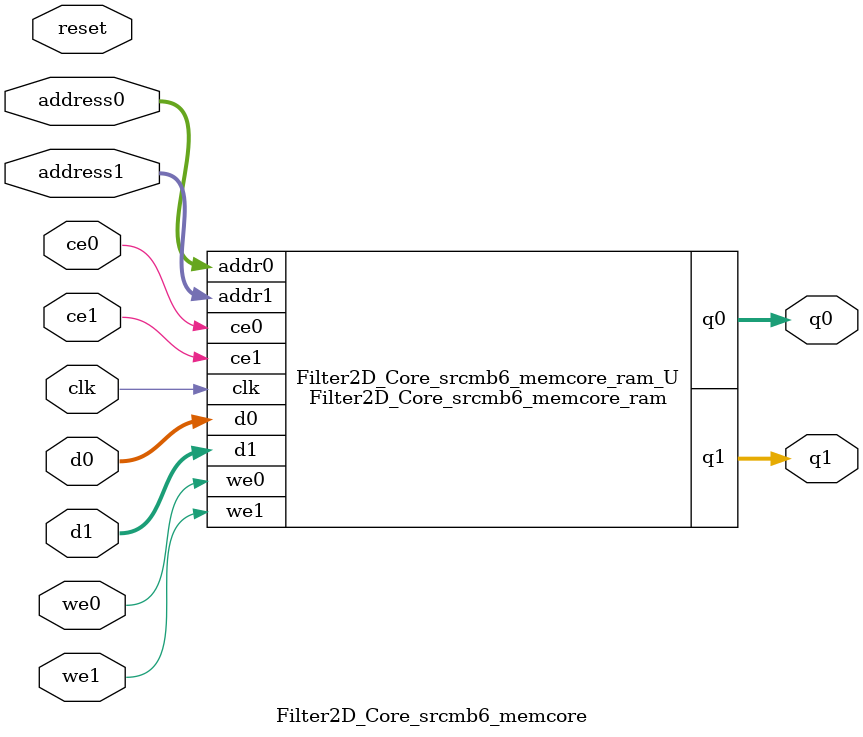
<source format=v>

`timescale 1 ns / 1 ps
module Filter2D_Core_srcmb6_memcore_ram (addr0, ce0, d0, we0, q0, addr1, ce1, d1, we1, q1,  clk);

parameter DWIDTH = 8;
parameter AWIDTH = 19;
parameter MEM_SIZE = 500000;

input[AWIDTH-1:0] addr0;
input ce0;
input[DWIDTH-1:0] d0;
input we0;
output reg[DWIDTH-1:0] q0;
input[AWIDTH-1:0] addr1;
input ce1;
input[DWIDTH-1:0] d1;
input we1;
output reg[DWIDTH-1:0] q1;
input clk;

(* ram_style = "block" *)reg [DWIDTH-1:0] ram[0:MEM_SIZE-1];




always @(posedge clk)  
begin 
    if (ce0) 
    begin
        if (we0) 
        begin 
            ram[addr0] <= d0; 
            q0 <= d0;
        end 
        else 
            q0 <= ram[addr0];
    end
end


always @(posedge clk)  
begin 
    if (ce1) 
    begin
        if (we1) 
        begin 
            ram[addr1] <= d1; 
            q1 <= d1;
        end 
        else 
            q1 <= ram[addr1];
    end
end


endmodule


`timescale 1 ns / 1 ps
module Filter2D_Core_srcmb6_memcore(
    reset,
    clk,
    address0,
    ce0,
    we0,
    d0,
    q0,
    address1,
    ce1,
    we1,
    d1,
    q1);

parameter DataWidth = 32'd8;
parameter AddressRange = 32'd500000;
parameter AddressWidth = 32'd19;
input reset;
input clk;
input[AddressWidth - 1:0] address0;
input ce0;
input we0;
input[DataWidth - 1:0] d0;
output[DataWidth - 1:0] q0;
input[AddressWidth - 1:0] address1;
input ce1;
input we1;
input[DataWidth - 1:0] d1;
output[DataWidth - 1:0] q1;



Filter2D_Core_srcmb6_memcore_ram Filter2D_Core_srcmb6_memcore_ram_U(
    .clk( clk ),
    .addr0( address0 ),
    .ce0( ce0 ),
    .we0( we0 ),
    .d0( d0 ),
    .q0( q0 ),
    .addr1( address1 ),
    .ce1( ce1 ),
    .we1( we1 ),
    .d1( d1 ),
    .q1( q1 ));

endmodule


</source>
